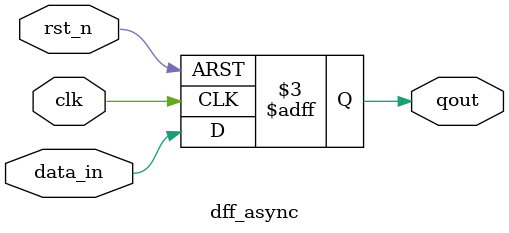
<source format=v>
`timescale 1ns / 1ps



module dff_async(
    input data_in,
    input clk,
    input rst_n,
    output reg qout
    );
    always @ (posedge clk or negedge rst_n)
    begin
    if(!rst_n)
    qout<=1'b0;
    else 
    qout <=data_in;
    end
endmodule

</source>
